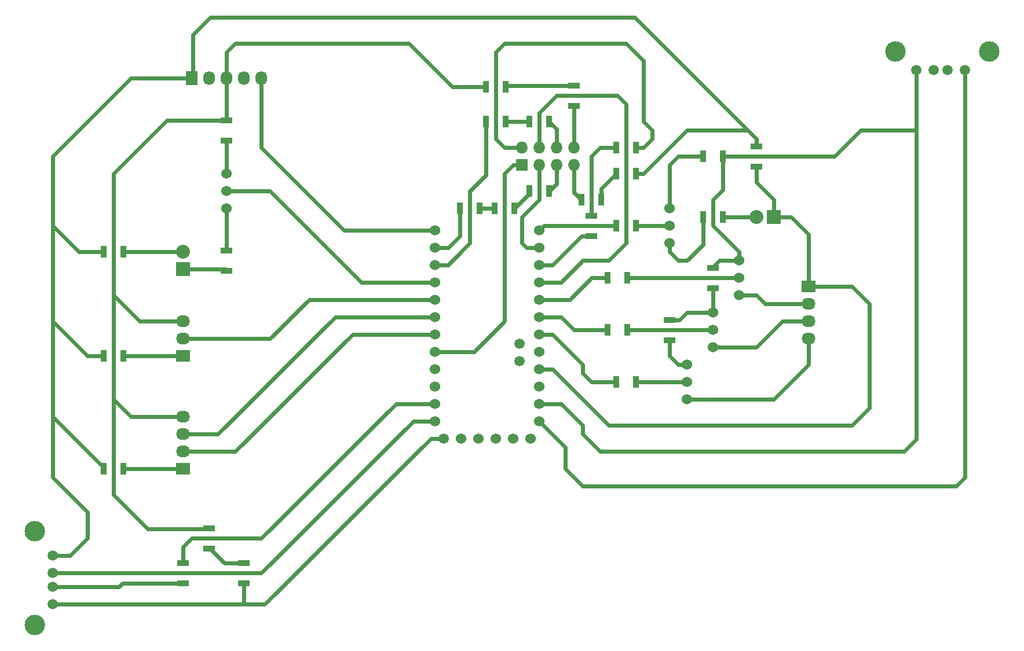
<source format=gbr>
G04 #@! TF.FileFunction,Copper,L1,Top,Signal*
%FSLAX46Y46*%
G04 Gerber Fmt 4.6, Leading zero omitted, Abs format (unit mm)*
G04 Created by KiCad (PCBNEW 4.0.1-stable) date Monday, December 12, 2016 'AMt' 11:11:45 AM*
%MOMM*%
G01*
G04 APERTURE LIST*
%ADD10C,0.100000*%
%ADD11R,2.032000X1.727200*%
%ADD12O,2.032000X1.727200*%
%ADD13R,2.032000X2.032000*%
%ADD14O,2.032000X2.032000*%
%ADD15C,1.524000*%
%ADD16R,1.727200X2.032000*%
%ADD17O,1.727200X2.032000*%
%ADD18R,1.727200X1.727200*%
%ADD19O,1.727200X1.727200*%
%ADD20C,1.501140*%
%ADD21C,2.999740*%
%ADD22R,1.700000X0.900000*%
%ADD23R,0.900000X1.700000*%
%ADD24C,1.500000*%
%ADD25C,0.600000*%
G04 APERTURE END LIST*
D10*
D11*
X57150000Y-127000000D03*
D12*
X57150000Y-124460000D03*
X57150000Y-121920000D03*
X57150000Y-119380000D03*
D13*
X143510000Y-90170000D03*
D14*
X140970000Y-90170000D03*
D15*
X128270000Y-91440000D03*
X128270000Y-88900000D03*
X128270000Y-93980000D03*
D11*
X57150000Y-110490000D03*
D12*
X57150000Y-107950000D03*
X57150000Y-105410000D03*
D11*
X148590000Y-100330000D03*
D12*
X148590000Y-102870000D03*
X148590000Y-105410000D03*
X148590000Y-107950000D03*
D16*
X58420000Y-69850000D03*
D17*
X60960000Y-69850000D03*
X63500000Y-69850000D03*
X66040000Y-69850000D03*
X68580000Y-69850000D03*
D18*
X106680000Y-82550000D03*
D19*
X106680000Y-80010000D03*
X109220000Y-82550000D03*
X109220000Y-80010000D03*
X111760000Y-82550000D03*
X111760000Y-80010000D03*
X114300000Y-82550000D03*
X114300000Y-80010000D03*
D20*
X38102120Y-146812860D03*
X38102120Y-144272860D03*
X38102120Y-142240860D03*
X38102120Y-139700860D03*
D21*
X35435120Y-149860860D03*
X35435120Y-136144860D03*
D20*
X164337140Y-68582120D03*
X166877140Y-68582120D03*
X168909140Y-68582120D03*
X171449140Y-68582120D03*
D21*
X161289140Y-65915120D03*
X175005140Y-65915120D03*
D22*
X63500000Y-95070000D03*
X63500000Y-97970000D03*
D23*
X133170000Y-90170000D03*
X136070000Y-90170000D03*
D22*
X63500000Y-78920000D03*
X63500000Y-76020000D03*
D23*
X136070000Y-81280000D03*
X133170000Y-81280000D03*
D15*
X95250000Y-122555000D03*
X97790000Y-122555000D03*
X100330000Y-122555000D03*
X102870000Y-122555000D03*
X105410000Y-122555000D03*
X107950000Y-122555000D03*
X93980000Y-120015000D03*
X93980000Y-117475000D03*
X93980000Y-114935000D03*
X93980000Y-112395000D03*
X93980000Y-109855000D03*
X93980000Y-107315000D03*
X93980000Y-104775000D03*
X93980000Y-102235000D03*
X93980000Y-99695000D03*
X93980000Y-97155000D03*
X93980000Y-94615000D03*
X93980000Y-92075000D03*
X109220000Y-120015000D03*
X109220000Y-117475000D03*
X109220000Y-114935000D03*
X109220000Y-112395000D03*
X109220000Y-109855000D03*
X109220000Y-107315000D03*
X109220000Y-104775000D03*
X109220000Y-102235000D03*
X109220000Y-99695000D03*
X109220000Y-97155000D03*
X109220000Y-94615000D03*
X109220000Y-92075000D03*
D24*
X106299000Y-111252000D03*
X106299000Y-108712000D03*
D13*
X57150000Y-97790000D03*
D14*
X57150000Y-95250000D03*
D15*
X63500000Y-86360000D03*
X63500000Y-83820000D03*
X63500000Y-88900000D03*
X138430000Y-99060000D03*
X138430000Y-96520000D03*
X138430000Y-101600000D03*
X134620000Y-106680000D03*
X134620000Y-104140000D03*
X134620000Y-109220000D03*
X130810000Y-114300000D03*
X130810000Y-111760000D03*
X130810000Y-116840000D03*
D23*
X122100000Y-99060000D03*
X119200000Y-99060000D03*
X122100000Y-106680000D03*
X119200000Y-106680000D03*
X123370000Y-114300000D03*
X120470000Y-114300000D03*
D22*
X57150000Y-143690000D03*
X57150000Y-140790000D03*
X60960000Y-135710000D03*
X60960000Y-138610000D03*
X66040000Y-140790000D03*
X66040000Y-143690000D03*
X134620000Y-97610000D03*
X134620000Y-100510000D03*
X128270000Y-108130000D03*
X128270000Y-105230000D03*
D23*
X120470000Y-80010000D03*
X123370000Y-80010000D03*
X107770000Y-86360000D03*
X110670000Y-86360000D03*
X102690000Y-88900000D03*
X105590000Y-88900000D03*
X97610000Y-88900000D03*
X100510000Y-88900000D03*
D22*
X116840000Y-92890000D03*
X116840000Y-89990000D03*
D23*
X123370000Y-91440000D03*
X120470000Y-91440000D03*
D22*
X114300000Y-70940000D03*
X114300000Y-73840000D03*
D23*
X101420000Y-71120000D03*
X104320000Y-71120000D03*
X107770000Y-76200000D03*
X110670000Y-76200000D03*
X101420000Y-76200000D03*
X104320000Y-76200000D03*
X48440000Y-95250000D03*
X45540000Y-95250000D03*
D22*
X140970000Y-79830000D03*
X140970000Y-82730000D03*
D23*
X45540000Y-110490000D03*
X48440000Y-110490000D03*
X45540000Y-127000000D03*
X48440000Y-127000000D03*
X118290000Y-87630000D03*
X115390000Y-87630000D03*
X123370000Y-83820000D03*
X120470000Y-83820000D03*
D25*
X113030000Y-123825000D02*
X109220000Y-120015000D01*
X113030000Y-127000000D02*
X113030000Y-123825000D01*
X115570000Y-129540000D02*
X113030000Y-127000000D01*
X170180000Y-129540000D02*
X115570000Y-129540000D01*
X171449140Y-128270860D02*
X170180000Y-129540000D01*
X171449140Y-68582120D02*
X171449140Y-128270860D01*
X57150000Y-124460000D02*
X64770000Y-124460000D01*
X81915000Y-107315000D02*
X93980000Y-107315000D01*
X64770000Y-124460000D02*
X81915000Y-107315000D01*
X57150000Y-121920000D02*
X62230000Y-121920000D01*
X79375000Y-104775000D02*
X93980000Y-104775000D01*
X62230000Y-121920000D02*
X79375000Y-104775000D01*
X136070000Y-81280000D02*
X136070000Y-86180000D01*
X136070000Y-86180000D02*
X134620000Y-87630000D01*
X138430000Y-95250000D02*
X138430000Y-96520000D01*
X134620000Y-91440000D02*
X138430000Y-95250000D01*
X134620000Y-87630000D02*
X134620000Y-91440000D01*
X138610000Y-81280000D02*
X136070000Y-81280000D01*
X164337140Y-77470000D02*
X156210000Y-77470000D01*
X152400000Y-81280000D02*
X138610000Y-81280000D01*
X156210000Y-77470000D02*
X152400000Y-81280000D01*
X138610000Y-96340000D02*
X138430000Y-96520000D01*
X134620000Y-97610000D02*
X134440000Y-97610000D01*
X134440000Y-97610000D02*
X135530000Y-96520000D01*
X135530000Y-96520000D02*
X138430000Y-96520000D01*
X164337140Y-68582120D02*
X164337140Y-77470000D01*
X164337140Y-77470000D02*
X164337140Y-87630000D01*
X66040000Y-146812860D02*
X66040000Y-143640862D01*
X66040000Y-143640862D02*
X66040000Y-143690000D01*
X38102120Y-146812860D02*
X66040000Y-146812860D01*
X66040000Y-146812860D02*
X69087140Y-146812860D01*
X93345000Y-122555000D02*
X95250000Y-122555000D01*
X69087140Y-146812860D02*
X93345000Y-122555000D01*
X164337140Y-87630000D02*
X164337140Y-122682860D01*
X112395000Y-117475000D02*
X109220000Y-117475000D01*
X115570000Y-120650000D02*
X112395000Y-117475000D01*
X115570000Y-121920000D02*
X115570000Y-120650000D01*
X118110000Y-124460000D02*
X115570000Y-121920000D01*
X162560000Y-124460000D02*
X118110000Y-124460000D01*
X164337140Y-122682860D02*
X162560000Y-124460000D01*
X136070000Y-90170000D02*
X140970000Y-90170000D01*
X120470000Y-91440000D02*
X109855000Y-91440000D01*
X109855000Y-91440000D02*
X109220000Y-92075000D01*
X128270000Y-88900000D02*
X128270000Y-82550000D01*
X129540000Y-81280000D02*
X133170000Y-81280000D01*
X128270000Y-82550000D02*
X129540000Y-81280000D01*
X133170000Y-90170000D02*
X133170000Y-94160000D01*
X128270000Y-95250000D02*
X128270000Y-93980000D01*
X129540000Y-96520000D02*
X128270000Y-95250000D01*
X130810000Y-96520000D02*
X129540000Y-96520000D01*
X133170000Y-94160000D02*
X130810000Y-96520000D01*
X57150000Y-107950000D02*
X69850000Y-107950000D01*
X75565000Y-102235000D02*
X93980000Y-102235000D01*
X69850000Y-107950000D02*
X75565000Y-102235000D01*
X68580000Y-69850000D02*
X68580000Y-80010000D01*
X80645000Y-92075000D02*
X93980000Y-92075000D01*
X68580000Y-80010000D02*
X80645000Y-92075000D01*
X106680000Y-82550000D02*
X105410000Y-82550000D01*
X99695000Y-109855000D02*
X93980000Y-109855000D01*
X104140000Y-105410000D02*
X99695000Y-109855000D01*
X104140000Y-83820000D02*
X104140000Y-105410000D01*
X105410000Y-82550000D02*
X104140000Y-83820000D01*
X116840000Y-92890000D02*
X115390000Y-92890000D01*
X111125000Y-97155000D02*
X109220000Y-97155000D01*
X115390000Y-92890000D02*
X111125000Y-97155000D01*
X109220000Y-82550000D02*
X109220000Y-87630000D01*
X107315000Y-94615000D02*
X109220000Y-94615000D01*
X106680000Y-93980000D02*
X107315000Y-94615000D01*
X106680000Y-90170000D02*
X106680000Y-93980000D01*
X109220000Y-87630000D02*
X106680000Y-90170000D01*
X109220000Y-77470000D02*
X109220000Y-74930000D01*
X121920000Y-77470000D02*
X121920000Y-93980000D01*
X121920000Y-93980000D02*
X119380000Y-96520000D01*
X119380000Y-96520000D02*
X115570000Y-96520000D01*
X115570000Y-96520000D02*
X112395000Y-99695000D01*
X109220000Y-99695000D02*
X112395000Y-99695000D01*
X109220000Y-77470000D02*
X109220000Y-80010000D01*
X121920000Y-73660000D02*
X121920000Y-77470000D01*
X120650000Y-72390000D02*
X121920000Y-73660000D01*
X111760000Y-72390000D02*
X120650000Y-72390000D01*
X109220000Y-74930000D02*
X111760000Y-72390000D01*
X97610000Y-88900000D02*
X97610000Y-92890000D01*
X95885000Y-94615000D02*
X93980000Y-94615000D01*
X97610000Y-92890000D02*
X95885000Y-94615000D01*
X101420000Y-76200000D02*
X101420000Y-84000000D01*
X97790000Y-95250000D02*
X95885000Y-97155000D01*
X95885000Y-97155000D02*
X93980000Y-97155000D01*
X99060000Y-93980000D02*
X97790000Y-95250000D01*
X99060000Y-86360000D02*
X99060000Y-93980000D01*
X101420000Y-84000000D02*
X99060000Y-86360000D01*
X57150000Y-140790000D02*
X57150000Y-138430000D01*
X88265000Y-117475000D02*
X93980000Y-117475000D01*
X68580000Y-137160000D02*
X88265000Y-117475000D01*
X58420000Y-137160000D02*
X68580000Y-137160000D01*
X57150000Y-138430000D02*
X58420000Y-137160000D01*
X38102120Y-142240860D02*
X68579140Y-142240860D01*
X90805000Y-120015000D02*
X93980000Y-120015000D01*
X68579140Y-142240860D02*
X90805000Y-120015000D01*
X63500000Y-95070000D02*
X63500000Y-88900000D01*
X57150000Y-97790000D02*
X63320000Y-97790000D01*
X63320000Y-97790000D02*
X63500000Y-97970000D01*
X63500000Y-83820000D02*
X63500000Y-78920000D01*
X63500000Y-86360000D02*
X69850000Y-86360000D01*
X83185000Y-99695000D02*
X93980000Y-99695000D01*
X69850000Y-86360000D02*
X83185000Y-99695000D01*
X138430000Y-101600000D02*
X140970000Y-101600000D01*
X142240000Y-102870000D02*
X148590000Y-102870000D01*
X140970000Y-101600000D02*
X142240000Y-102870000D01*
X134620000Y-109220000D02*
X140970000Y-109220000D01*
X144780000Y-105410000D02*
X148590000Y-105410000D01*
X140970000Y-109220000D02*
X144780000Y-105410000D01*
X148590000Y-107950000D02*
X148590000Y-111760000D01*
X143510000Y-116840000D02*
X130810000Y-116840000D01*
X148590000Y-111760000D02*
X143510000Y-116840000D01*
X109220000Y-107315000D02*
X111125000Y-107315000D01*
X116840000Y-114300000D02*
X120470000Y-114300000D01*
X115570000Y-113030000D02*
X116840000Y-114300000D01*
X115570000Y-111760000D02*
X115570000Y-113030000D01*
X111125000Y-107315000D02*
X115570000Y-111760000D01*
X109220000Y-104775000D02*
X112395000Y-104775000D01*
X114300000Y-106680000D02*
X119200000Y-106680000D01*
X112395000Y-104775000D02*
X114300000Y-106680000D01*
X109220000Y-102235000D02*
X113665000Y-102235000D01*
X116840000Y-99060000D02*
X119200000Y-99060000D01*
X113665000Y-102235000D02*
X116840000Y-99060000D01*
X122100000Y-99060000D02*
X138430000Y-99060000D01*
X122100000Y-106680000D02*
X134620000Y-106680000D01*
X123370000Y-114300000D02*
X130810000Y-114300000D01*
X143510000Y-90170000D02*
X143510000Y-87630000D01*
X140970000Y-85090000D02*
X140970000Y-82730000D01*
X143510000Y-87630000D02*
X140970000Y-85090000D01*
X148590000Y-100330000D02*
X148590000Y-92710000D01*
X146050000Y-90170000D02*
X143510000Y-90170000D01*
X148590000Y-92710000D02*
X146050000Y-90170000D01*
X109220000Y-112395000D02*
X111125000Y-112395000D01*
X154940000Y-100330000D02*
X148590000Y-100330000D01*
X157480000Y-102870000D02*
X154940000Y-100330000D01*
X157480000Y-118110000D02*
X157480000Y-102870000D01*
X154940000Y-120650000D02*
X157480000Y-118110000D01*
X119380000Y-120650000D02*
X154940000Y-120650000D01*
X111125000Y-112395000D02*
X119380000Y-120650000D01*
X38102120Y-144272860D02*
X47752860Y-144272860D01*
X48335720Y-143690000D02*
X57150000Y-143690000D01*
X47752860Y-144272860D02*
X48335720Y-143690000D01*
X66040000Y-140790000D02*
X63189998Y-140790000D01*
X63189998Y-140790000D02*
X60960000Y-138560002D01*
X60960000Y-138560002D02*
X60960000Y-138610000D01*
X57150000Y-119380000D02*
X49530000Y-119380000D01*
X49530000Y-119380000D02*
X46990000Y-116840000D01*
X57150000Y-105410000D02*
X50800000Y-105410000D01*
X50800000Y-105410000D02*
X46990000Y-101600000D01*
X63500000Y-76020000D02*
X54790000Y-76020000D01*
X51939998Y-135759998D02*
X60960000Y-135759998D01*
X46990000Y-130810000D02*
X51939998Y-135759998D01*
X46990000Y-83820000D02*
X46990000Y-101600000D01*
X46990000Y-101600000D02*
X46990000Y-116840000D01*
X46990000Y-116840000D02*
X46990000Y-130810000D01*
X54790000Y-76020000D02*
X46990000Y-83820000D01*
X60960000Y-135759998D02*
X60960000Y-135710000D01*
X63500000Y-69850000D02*
X63500000Y-66040000D01*
X96520000Y-71120000D02*
X101420000Y-71120000D01*
X90170000Y-64770000D02*
X96520000Y-71120000D01*
X64770000Y-64770000D02*
X90170000Y-64770000D01*
X63500000Y-66040000D02*
X64770000Y-64770000D01*
X63500000Y-69850000D02*
X63500000Y-76020000D01*
X130810000Y-111760000D02*
X129540000Y-111760000D01*
X128270000Y-110490000D02*
X128270000Y-108130000D01*
X129540000Y-111760000D02*
X128270000Y-110490000D01*
X134620000Y-104140000D02*
X134620000Y-100510000D01*
X128270000Y-105230000D02*
X129720000Y-105230000D01*
X130810000Y-104140000D02*
X134620000Y-104140000D01*
X129720000Y-105230000D02*
X130810000Y-104140000D01*
X106680000Y-80010000D02*
X104140000Y-80010000D01*
X110490000Y-64770000D02*
X121920000Y-64770000D01*
X121920000Y-64770000D02*
X124460000Y-67310000D01*
X124460000Y-67310000D02*
X124460000Y-76200000D01*
X124460000Y-76200000D02*
X125730000Y-77470000D01*
X125730000Y-77470000D02*
X125730000Y-78740000D01*
X125730000Y-78740000D02*
X124460000Y-80010000D01*
X124460000Y-80010000D02*
X123370000Y-80010000D01*
X104140000Y-64770000D02*
X110490000Y-64770000D01*
X102870000Y-66040000D02*
X104140000Y-64770000D01*
X102870000Y-78740000D02*
X102870000Y-66040000D01*
X104140000Y-80010000D02*
X102870000Y-78740000D01*
X123320002Y-80010000D02*
X123370000Y-80010000D01*
X111760000Y-82550000D02*
X111760000Y-85270000D01*
X111760000Y-85270000D02*
X110670000Y-86360000D01*
X107770000Y-86360000D02*
X107770000Y-86720000D01*
X107770000Y-86720000D02*
X105590000Y-88900000D01*
X114300000Y-70940000D02*
X104450002Y-70940000D01*
X104450002Y-70940000D02*
X104270002Y-71120000D01*
X104270002Y-71120000D02*
X104320000Y-71120000D01*
X100510000Y-88900000D02*
X102690000Y-88900000D01*
X120470000Y-80010000D02*
X118110000Y-80010000D01*
X116840000Y-81280000D02*
X116840000Y-89990000D01*
X118110000Y-80010000D02*
X116840000Y-81280000D01*
X123370000Y-91440000D02*
X128270000Y-91440000D01*
X125730000Y-91440000D02*
X123320002Y-91440000D01*
X123320002Y-91440000D02*
X123370000Y-91440000D01*
X114300000Y-80010000D02*
X114300000Y-73790002D01*
X114300000Y-73790002D02*
X114300000Y-73840000D01*
X111760000Y-80010000D02*
X111760000Y-77290000D01*
X111760000Y-77290000D02*
X110670000Y-76200000D01*
X107770000Y-76200000D02*
X104320000Y-76200000D01*
X57150000Y-127000000D02*
X48390002Y-127000000D01*
X48390002Y-127000000D02*
X48440000Y-127000000D01*
X53520000Y-127000000D02*
X57150000Y-127000000D01*
X57150000Y-110490000D02*
X48390002Y-110490000D01*
X48390002Y-110490000D02*
X48440000Y-110490000D01*
X57150000Y-110490000D02*
X53470002Y-110490000D01*
X53470002Y-110490000D02*
X53520000Y-110490000D01*
X45540000Y-127000000D02*
X45540000Y-126820000D01*
X45540000Y-126820000D02*
X38100000Y-119380000D01*
X45540000Y-110490000D02*
X43180000Y-110490000D01*
X43180000Y-110490000D02*
X38100000Y-105410000D01*
X45540000Y-95250000D02*
X41910000Y-95250000D01*
X41910000Y-95250000D02*
X38100000Y-91440000D01*
X58420000Y-69850000D02*
X49530000Y-69850000D01*
X40639140Y-139700860D02*
X38102120Y-139700860D01*
X43180000Y-137160000D02*
X40639140Y-139700860D01*
X43180000Y-133350000D02*
X43180000Y-137160000D01*
X38100000Y-128270000D02*
X43180000Y-133350000D01*
X38100000Y-81280000D02*
X38100000Y-91440000D01*
X38100000Y-91440000D02*
X38100000Y-105410000D01*
X38100000Y-105410000D02*
X38100000Y-119380000D01*
X38100000Y-119380000D02*
X38100000Y-128270000D01*
X49530000Y-69850000D02*
X38100000Y-81280000D01*
X123370000Y-83820000D02*
X124460000Y-83820000D01*
X130810000Y-77470000D02*
X139700000Y-77470000D01*
X124460000Y-83820000D02*
X130810000Y-77470000D01*
X58600000Y-63500000D02*
X58600000Y-69670000D01*
X61140000Y-60960000D02*
X58600000Y-63500000D01*
X123190000Y-60960000D02*
X100330000Y-60960000D01*
X139700000Y-77470000D02*
X123190000Y-60960000D01*
X100330000Y-60960000D02*
X61140000Y-60960000D01*
X58600000Y-69670000D02*
X58420000Y-69850000D01*
X140970000Y-78740000D02*
X139700000Y-77470000D01*
X140970000Y-79830000D02*
X140970000Y-78740000D01*
X123370000Y-83820000D02*
X123370000Y-83460000D01*
X57150000Y-95250000D02*
X48440000Y-95250000D01*
X57150000Y-95250000D02*
X53520000Y-95250000D01*
X114300000Y-82550000D02*
X114300000Y-86540000D01*
X114300000Y-86540000D02*
X115390000Y-87630000D01*
X118290000Y-87630000D02*
X118290000Y-86000000D01*
X118290000Y-86000000D02*
X120470000Y-83820000D01*
M02*

</source>
